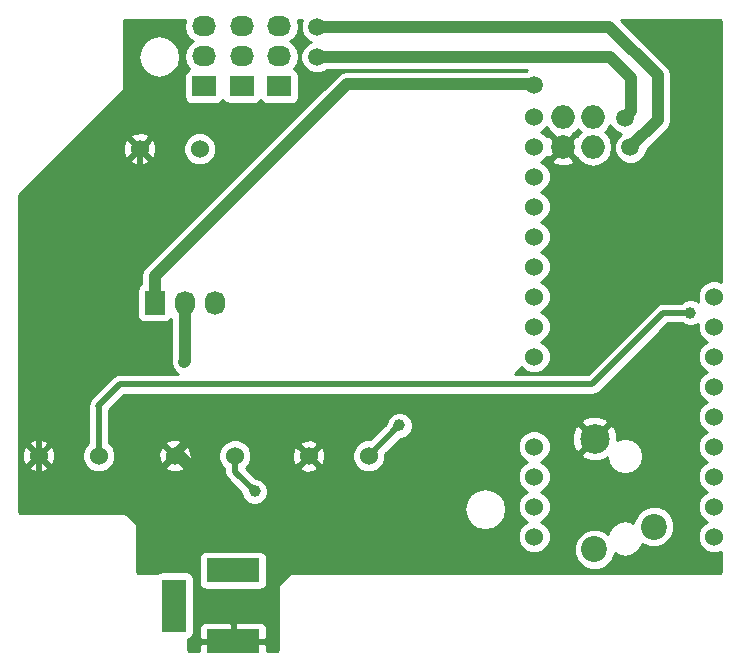
<source format=gbr>
G04 #@! TF.FileFunction,Copper,L2,Bot,Signal*
%FSLAX46Y46*%
G04 Gerber Fmt 4.6, Leading zero omitted, Abs format (unit mm)*
G04 Created by KiCad (PCBNEW (after 2015-may-01 BZR unknown)-product) date 2015/07/22 23:00:10*
%MOMM*%
G01*
G04 APERTURE LIST*
%ADD10C,0.100000*%
%ADD11C,1.524000*%
%ADD12C,2.000000*%
%ADD13O,2.000000X2.000000*%
%ADD14R,2.000000X4.500000*%
%ADD15R,4.500000X2.000000*%
%ADD16R,1.727200X2.032000*%
%ADD17O,1.727200X2.032000*%
%ADD18C,2.200000*%
%ADD19C,2.500000*%
%ADD20R,2.032000X1.727200*%
%ADD21O,2.032000X1.727200*%
%ADD22C,1.000000*%
%ADD23C,1.500000*%
%ADD24C,0.500000*%
%ADD25C,1.000000*%
%ADD26C,0.254000*%
G04 APERTURE END LIST*
D10*
D11*
X140881100Y-89763600D03*
X140881100Y-92303600D03*
X140881100Y-94843600D03*
X140881100Y-97383600D03*
X140881100Y-99923600D03*
X140881100Y-102463600D03*
X140881100Y-125323600D03*
X140881100Y-122783600D03*
X140881100Y-120243600D03*
X140881100Y-117703600D03*
X140881100Y-110083600D03*
X140881100Y-107543600D03*
X140881100Y-105003600D03*
X156121100Y-105003600D03*
X156121100Y-107543600D03*
X156121100Y-110083600D03*
X156121100Y-112623600D03*
X156121100Y-115163600D03*
X156121100Y-117703600D03*
X156121100Y-120243600D03*
X156121100Y-122783600D03*
X156121100Y-125323600D03*
D12*
X143319500Y-92329000D03*
D13*
X143319500Y-89789000D03*
X145859500Y-92329000D03*
X145859500Y-89789000D03*
D14*
X110419740Y-131154320D03*
D15*
X115394740Y-134179320D03*
X115394740Y-128179320D03*
D16*
X108770420Y-105521760D03*
D17*
X111310420Y-105521760D03*
X113850420Y-105521760D03*
D18*
X151028400Y-124465080D03*
X145999200Y-126385320D03*
D19*
X146001100Y-117014100D03*
D20*
X119316500Y-87198200D03*
D21*
X119316500Y-84658200D03*
X119316500Y-82118200D03*
D20*
X116116100Y-87185500D03*
D21*
X116116100Y-84645500D03*
X116116100Y-82105500D03*
D20*
X112928400Y-87198200D03*
D21*
X112928400Y-84658200D03*
X112928400Y-82118200D03*
D11*
X98933000Y-118478300D03*
X104013000Y-118478300D03*
X110477300Y-118478300D03*
X115557300Y-118478300D03*
X121805700Y-118491000D03*
X126885700Y-118491000D03*
X107480100Y-92494100D03*
X112560100Y-92494100D03*
D22*
X143941800Y-115252500D03*
X115824000Y-123418600D03*
X105473500Y-121551700D03*
X111252000Y-110515400D03*
D23*
X140855700Y-87109300D03*
X149047200Y-92367100D03*
X122529600Y-82143600D03*
X122491500Y-84721700D03*
X148559520Y-89839800D03*
D22*
X154101800Y-106349800D03*
X117221000Y-121475500D03*
X129476500Y-115900200D03*
D24*
X145859500Y-116872500D02*
X146001100Y-117014100D01*
D25*
X143903700Y-115290600D02*
X137883900Y-115290600D01*
X143941800Y-115252500D02*
X143903700Y-115290600D01*
X129755900Y-123418600D02*
X115824000Y-123418600D01*
X137883900Y-115290600D02*
X129755900Y-123418600D01*
D24*
X110477300Y-118478300D02*
X110883700Y-118478300D01*
D25*
X110883700Y-118478300D02*
X115824000Y-123418600D01*
D24*
X110477300Y-118478300D02*
X110477300Y-118122700D01*
X110477300Y-118122700D02*
X112547400Y-116052600D01*
X119367300Y-116052600D02*
X121805700Y-118491000D01*
X112547400Y-116052600D02*
X119367300Y-116052600D01*
X110477300Y-118478300D02*
X110375700Y-118478300D01*
X110375700Y-118478300D02*
X108839000Y-120015000D01*
X98933000Y-120383300D02*
X100101400Y-121551700D01*
X100101400Y-121551700D02*
X105473500Y-121551700D01*
X108839000Y-120015000D02*
X107365800Y-121551700D01*
X105473500Y-121551700D02*
X107365800Y-121551700D01*
X98933000Y-118478300D02*
X98933000Y-120383300D01*
X107480100Y-92494100D02*
X107480100Y-96583500D01*
X98933000Y-105130600D02*
X98933000Y-118478300D01*
X107480100Y-96583500D02*
X98933000Y-105130600D01*
D25*
X111310420Y-105521760D02*
X111310420Y-110456980D01*
X111310420Y-110456980D02*
X111252000Y-110515400D01*
X108770420Y-105521760D02*
X108770420Y-103294180D01*
X108770420Y-103294180D02*
X125056900Y-87007700D01*
X140995400Y-87007700D02*
X125056900Y-87007700D01*
X140995400Y-87007700D02*
X140970000Y-87007700D01*
X140855700Y-87109300D02*
X140944600Y-87020400D01*
X140944600Y-87020400D02*
X140906500Y-87007700D01*
X151345900Y-90068400D02*
X149047200Y-92367100D01*
X151345900Y-86271100D02*
X151345900Y-90068400D01*
X147218400Y-82143600D02*
X151345900Y-86271100D01*
X122529600Y-82143600D02*
X147218400Y-82143600D01*
X122491500Y-84721700D02*
X122516900Y-84696300D01*
X122516900Y-84696300D02*
X147281900Y-84696300D01*
X147281900Y-84696300D02*
X149110700Y-86525100D01*
X149110700Y-86525100D02*
X149110700Y-88239600D01*
X149110700Y-89288620D02*
X149110700Y-88239600D01*
X148559520Y-89839800D02*
X149110700Y-89288620D01*
D24*
X151841200Y-106387900D02*
X145808700Y-112420400D01*
X105791000Y-112420400D02*
X103987600Y-114223800D01*
X145808700Y-112420400D02*
X105791000Y-112420400D01*
X104013000Y-114249200D02*
X103987600Y-114223800D01*
X104013000Y-118478300D02*
X104013000Y-114249200D01*
X154063700Y-106387900D02*
X151841200Y-106387900D01*
X154101800Y-106349800D02*
X154063700Y-106387900D01*
X115557300Y-118478300D02*
X115557300Y-119811800D01*
X115557300Y-119811800D02*
X117221000Y-121475500D01*
X126885700Y-118491000D02*
X129476500Y-115900200D01*
D26*
G36*
X156715700Y-103737849D02*
X156400200Y-103606843D01*
X155844439Y-103606358D01*
X155330797Y-103818590D01*
X154937471Y-104211230D01*
X154724343Y-104724500D01*
X154723858Y-105280261D01*
X154784592Y-105427251D01*
X154745565Y-105388155D01*
X154328556Y-105214997D01*
X153877025Y-105214603D01*
X153459714Y-105387033D01*
X153343644Y-105502900D01*
X151841200Y-105502900D01*
X151502525Y-105570267D01*
X151215410Y-105762110D01*
X151215407Y-105762113D01*
X145442120Y-111535400D01*
X144292427Y-111535400D01*
X144292427Y-93481532D01*
X143319500Y-92508605D01*
X142346573Y-93481532D01*
X142445236Y-93748387D01*
X143054961Y-93974908D01*
X143704960Y-93950856D01*
X144193764Y-93748387D01*
X144292427Y-93481532D01*
X144292427Y-111535400D01*
X139290436Y-111535400D01*
X139745068Y-111080768D01*
X139808230Y-110986239D01*
X140088730Y-111267229D01*
X140602000Y-111480357D01*
X141157761Y-111480842D01*
X141671403Y-111268610D01*
X142064729Y-110875970D01*
X142277857Y-110362700D01*
X142278342Y-109806939D01*
X142066110Y-109293297D01*
X141673470Y-108899971D01*
X141465587Y-108813650D01*
X141671403Y-108728610D01*
X142064729Y-108335970D01*
X142277857Y-107822700D01*
X142278342Y-107266939D01*
X142066110Y-106753297D01*
X141673470Y-106359971D01*
X141465587Y-106273650D01*
X141671403Y-106188610D01*
X142064729Y-105795970D01*
X142277857Y-105282700D01*
X142278342Y-104726939D01*
X142066110Y-104213297D01*
X141673470Y-103819971D01*
X141465587Y-103733650D01*
X141671403Y-103648610D01*
X142064729Y-103255970D01*
X142277857Y-102742700D01*
X142278342Y-102186939D01*
X142066110Y-101673297D01*
X141673470Y-101279971D01*
X141465587Y-101193650D01*
X141671403Y-101108610D01*
X142064729Y-100715970D01*
X142277857Y-100202700D01*
X142278342Y-99646939D01*
X142066110Y-99133297D01*
X141673470Y-98739971D01*
X141465587Y-98653650D01*
X141671403Y-98568610D01*
X142064729Y-98175970D01*
X142277857Y-97662700D01*
X142278342Y-97106939D01*
X142066110Y-96593297D01*
X141673470Y-96199971D01*
X141465587Y-96113650D01*
X141671403Y-96028610D01*
X142064729Y-95635970D01*
X142277857Y-95122700D01*
X142278342Y-94566939D01*
X142066110Y-94053297D01*
X141673470Y-93659971D01*
X141465587Y-93573650D01*
X141671403Y-93488610D01*
X141941805Y-93218678D01*
X142166968Y-93301927D01*
X143139895Y-92329000D01*
X142166968Y-91356073D01*
X141978660Y-91425694D01*
X141673470Y-91119971D01*
X141465587Y-91033650D01*
X141671403Y-90948610D01*
X141955087Y-90665419D01*
X142163380Y-90977152D01*
X142369375Y-91114793D01*
X142346573Y-91176468D01*
X143319500Y-92149395D01*
X144292427Y-91176468D01*
X144269624Y-91114793D01*
X144475620Y-90977152D01*
X144589500Y-90806718D01*
X144703380Y-90977152D01*
X144825874Y-91059000D01*
X144703380Y-91140848D01*
X144542229Y-91382026D01*
X144472032Y-91356073D01*
X143499105Y-92329000D01*
X144472032Y-93301927D01*
X144542229Y-93275973D01*
X144703380Y-93517152D01*
X145233813Y-93871575D01*
X145859500Y-93996032D01*
X146485187Y-93871575D01*
X147015620Y-93517152D01*
X147370043Y-92986719D01*
X147494500Y-92361032D01*
X147494500Y-92296968D01*
X147370043Y-91671281D01*
X147015620Y-91140848D01*
X146893125Y-91059000D01*
X147015620Y-90977152D01*
X147334005Y-90500652D01*
X147384689Y-90623315D01*
X147773956Y-91013261D01*
X148246461Y-91209462D01*
X147873739Y-91581536D01*
X147662441Y-92090398D01*
X147661960Y-92641385D01*
X147872369Y-93150615D01*
X148261636Y-93540561D01*
X148770498Y-93751859D01*
X149321485Y-93752340D01*
X149830715Y-93541931D01*
X150220661Y-93152664D01*
X150431959Y-92643802D01*
X150432008Y-92587423D01*
X152148466Y-90870966D01*
X152394503Y-90502746D01*
X152394503Y-90502745D01*
X152480900Y-90068400D01*
X152480900Y-86271100D01*
X152394503Y-85836754D01*
X152148466Y-85468534D01*
X152148466Y-85468533D01*
X148230912Y-81550980D01*
X156616544Y-81550980D01*
X156715700Y-81650136D01*
X156715700Y-103737849D01*
X156715700Y-103737849D01*
G37*
X156715700Y-103737849D02*
X156400200Y-103606843D01*
X155844439Y-103606358D01*
X155330797Y-103818590D01*
X154937471Y-104211230D01*
X154724343Y-104724500D01*
X154723858Y-105280261D01*
X154784592Y-105427251D01*
X154745565Y-105388155D01*
X154328556Y-105214997D01*
X153877025Y-105214603D01*
X153459714Y-105387033D01*
X153343644Y-105502900D01*
X151841200Y-105502900D01*
X151502525Y-105570267D01*
X151215410Y-105762110D01*
X151215407Y-105762113D01*
X145442120Y-111535400D01*
X144292427Y-111535400D01*
X144292427Y-93481532D01*
X143319500Y-92508605D01*
X142346573Y-93481532D01*
X142445236Y-93748387D01*
X143054961Y-93974908D01*
X143704960Y-93950856D01*
X144193764Y-93748387D01*
X144292427Y-93481532D01*
X144292427Y-111535400D01*
X139290436Y-111535400D01*
X139745068Y-111080768D01*
X139808230Y-110986239D01*
X140088730Y-111267229D01*
X140602000Y-111480357D01*
X141157761Y-111480842D01*
X141671403Y-111268610D01*
X142064729Y-110875970D01*
X142277857Y-110362700D01*
X142278342Y-109806939D01*
X142066110Y-109293297D01*
X141673470Y-108899971D01*
X141465587Y-108813650D01*
X141671403Y-108728610D01*
X142064729Y-108335970D01*
X142277857Y-107822700D01*
X142278342Y-107266939D01*
X142066110Y-106753297D01*
X141673470Y-106359971D01*
X141465587Y-106273650D01*
X141671403Y-106188610D01*
X142064729Y-105795970D01*
X142277857Y-105282700D01*
X142278342Y-104726939D01*
X142066110Y-104213297D01*
X141673470Y-103819971D01*
X141465587Y-103733650D01*
X141671403Y-103648610D01*
X142064729Y-103255970D01*
X142277857Y-102742700D01*
X142278342Y-102186939D01*
X142066110Y-101673297D01*
X141673470Y-101279971D01*
X141465587Y-101193650D01*
X141671403Y-101108610D01*
X142064729Y-100715970D01*
X142277857Y-100202700D01*
X142278342Y-99646939D01*
X142066110Y-99133297D01*
X141673470Y-98739971D01*
X141465587Y-98653650D01*
X141671403Y-98568610D01*
X142064729Y-98175970D01*
X142277857Y-97662700D01*
X142278342Y-97106939D01*
X142066110Y-96593297D01*
X141673470Y-96199971D01*
X141465587Y-96113650D01*
X141671403Y-96028610D01*
X142064729Y-95635970D01*
X142277857Y-95122700D01*
X142278342Y-94566939D01*
X142066110Y-94053297D01*
X141673470Y-93659971D01*
X141465587Y-93573650D01*
X141671403Y-93488610D01*
X141941805Y-93218678D01*
X142166968Y-93301927D01*
X143139895Y-92329000D01*
X142166968Y-91356073D01*
X141978660Y-91425694D01*
X141673470Y-91119971D01*
X141465587Y-91033650D01*
X141671403Y-90948610D01*
X141955087Y-90665419D01*
X142163380Y-90977152D01*
X142369375Y-91114793D01*
X142346573Y-91176468D01*
X143319500Y-92149395D01*
X144292427Y-91176468D01*
X144269624Y-91114793D01*
X144475620Y-90977152D01*
X144589500Y-90806718D01*
X144703380Y-90977152D01*
X144825874Y-91059000D01*
X144703380Y-91140848D01*
X144542229Y-91382026D01*
X144472032Y-91356073D01*
X143499105Y-92329000D01*
X144472032Y-93301927D01*
X144542229Y-93275973D01*
X144703380Y-93517152D01*
X145233813Y-93871575D01*
X145859500Y-93996032D01*
X146485187Y-93871575D01*
X147015620Y-93517152D01*
X147370043Y-92986719D01*
X147494500Y-92361032D01*
X147494500Y-92296968D01*
X147370043Y-91671281D01*
X147015620Y-91140848D01*
X146893125Y-91059000D01*
X147015620Y-90977152D01*
X147334005Y-90500652D01*
X147384689Y-90623315D01*
X147773956Y-91013261D01*
X148246461Y-91209462D01*
X147873739Y-91581536D01*
X147662441Y-92090398D01*
X147661960Y-92641385D01*
X147872369Y-93150615D01*
X148261636Y-93540561D01*
X148770498Y-93751859D01*
X149321485Y-93752340D01*
X149830715Y-93541931D01*
X150220661Y-93152664D01*
X150431959Y-92643802D01*
X150432008Y-92587423D01*
X152148466Y-90870966D01*
X152394503Y-90502746D01*
X152394503Y-90502745D01*
X152480900Y-90068400D01*
X152480900Y-86271100D01*
X152394503Y-85836754D01*
X152148466Y-85468534D01*
X152148466Y-85468533D01*
X148230912Y-81550980D01*
X156616544Y-81550980D01*
X156715700Y-81650136D01*
X156715700Y-103737849D01*
G36*
X156715700Y-128342664D02*
X156616964Y-128441400D01*
X152763701Y-128441400D01*
X152763701Y-124121481D01*
X152500119Y-123483565D01*
X152012482Y-122995076D01*
X151375027Y-122730381D01*
X150684801Y-122729779D01*
X150109200Y-122967612D01*
X150109200Y-118483700D01*
X149992355Y-117896281D01*
X149659609Y-117398291D01*
X149161619Y-117065545D01*
X148574200Y-116948700D01*
X147986781Y-117065545D01*
X147889899Y-117130278D01*
X147875350Y-116588665D01*
X147627223Y-115989633D01*
X147334420Y-115860385D01*
X147154815Y-116039990D01*
X147154815Y-115680780D01*
X147025567Y-115387977D01*
X146325294Y-115119712D01*
X145575665Y-115139850D01*
X144976633Y-115387977D01*
X144847385Y-115680780D01*
X146001100Y-116834495D01*
X147154815Y-115680780D01*
X147154815Y-116039990D01*
X146180705Y-117014100D01*
X146194847Y-117028242D01*
X146015242Y-117207847D01*
X146001100Y-117193705D01*
X145821495Y-117373310D01*
X145821495Y-117014100D01*
X144667780Y-115860385D01*
X144374977Y-115989633D01*
X144106712Y-116689906D01*
X144126850Y-117439535D01*
X144374977Y-118038567D01*
X144667780Y-118167815D01*
X145821495Y-117014100D01*
X145821495Y-117373310D01*
X144847385Y-118347420D01*
X144976633Y-118640223D01*
X145676906Y-118908488D01*
X146426535Y-118888350D01*
X147025567Y-118640223D01*
X147056427Y-118570309D01*
X147156045Y-119071119D01*
X147488791Y-119569109D01*
X147986781Y-119901855D01*
X148574200Y-120018700D01*
X149161619Y-119901855D01*
X149659609Y-119569109D01*
X149992355Y-119071119D01*
X150109200Y-118483700D01*
X150109200Y-122967612D01*
X150046885Y-122993361D01*
X149558396Y-123480998D01*
X149293701Y-124118453D01*
X149293670Y-124153778D01*
X149161619Y-124065545D01*
X148574200Y-123948700D01*
X147986781Y-124065545D01*
X147488791Y-124398291D01*
X147156045Y-124896281D01*
X147124182Y-125056462D01*
X146983282Y-124915316D01*
X146345827Y-124650621D01*
X145655601Y-124650019D01*
X145017685Y-124913601D01*
X144529196Y-125401238D01*
X144264501Y-126038693D01*
X144263899Y-126728919D01*
X144527481Y-127366835D01*
X145015118Y-127855324D01*
X145652573Y-128120019D01*
X146342799Y-128120621D01*
X146980715Y-127857039D01*
X147469204Y-127369402D01*
X147733594Y-126732681D01*
X147986781Y-126901855D01*
X148574200Y-127018700D01*
X149161619Y-126901855D01*
X149659609Y-126569109D01*
X149992355Y-126071119D01*
X150023551Y-125914281D01*
X150044318Y-125935084D01*
X150681773Y-126199779D01*
X151371999Y-126200381D01*
X152009915Y-125936799D01*
X152498404Y-125449162D01*
X152763099Y-124811707D01*
X152763701Y-124121481D01*
X152763701Y-128441400D01*
X142278342Y-128441400D01*
X142278342Y-125046939D01*
X142066110Y-124533297D01*
X141673470Y-124139971D01*
X141465587Y-124053650D01*
X141671403Y-123968610D01*
X142064729Y-123575970D01*
X142277857Y-123062700D01*
X142278342Y-122506939D01*
X142066110Y-121993297D01*
X141673470Y-121599971D01*
X141465587Y-121513650D01*
X141671403Y-121428610D01*
X142064729Y-121035970D01*
X142277857Y-120522700D01*
X142278342Y-119966939D01*
X142066110Y-119453297D01*
X141673470Y-119059971D01*
X141465587Y-118973650D01*
X141671403Y-118888610D01*
X142064729Y-118495970D01*
X142277857Y-117982700D01*
X142278342Y-117426939D01*
X142066110Y-116913297D01*
X141673470Y-116519971D01*
X141160200Y-116306843D01*
X140604439Y-116306358D01*
X140090797Y-116518590D01*
X139697471Y-116911230D01*
X139484343Y-117424500D01*
X139483858Y-117980261D01*
X139696090Y-118493903D01*
X140088730Y-118887229D01*
X140296612Y-118973549D01*
X140090797Y-119058590D01*
X139697471Y-119451230D01*
X139484343Y-119964500D01*
X139483858Y-120520261D01*
X139696090Y-121033903D01*
X140088730Y-121427229D01*
X140296612Y-121513549D01*
X140090797Y-121598590D01*
X139697471Y-121991230D01*
X139484343Y-122504500D01*
X139483858Y-123060261D01*
X139696090Y-123573903D01*
X140088730Y-123967229D01*
X140296612Y-124053549D01*
X140090797Y-124138590D01*
X139697471Y-124531230D01*
X139484343Y-125044500D01*
X139483858Y-125600261D01*
X139696090Y-126113903D01*
X140088730Y-126507229D01*
X140602000Y-126720357D01*
X141157761Y-126720842D01*
X141671403Y-126508610D01*
X142064729Y-126115970D01*
X142277857Y-125602700D01*
X142278342Y-125046939D01*
X142278342Y-128441400D01*
X138545700Y-128441400D01*
X138545700Y-122996400D01*
X138409825Y-122313310D01*
X138022886Y-121734214D01*
X137443790Y-121347275D01*
X136760700Y-121211400D01*
X136077610Y-121347275D01*
X135498514Y-121734214D01*
X135111575Y-122313310D01*
X134975700Y-122996400D01*
X135111575Y-123679490D01*
X135498514Y-124258586D01*
X136077610Y-124645525D01*
X136760700Y-124781400D01*
X137443790Y-124645525D01*
X138022886Y-124258586D01*
X138409825Y-123679490D01*
X138545700Y-122996400D01*
X138545700Y-128441400D01*
X130611697Y-128441400D01*
X130611697Y-115675425D01*
X130439267Y-115258114D01*
X130120265Y-114938555D01*
X129703256Y-114765397D01*
X129251725Y-114765003D01*
X128834414Y-114937433D01*
X128514855Y-115256435D01*
X128341697Y-115673444D01*
X128341600Y-115783519D01*
X127030994Y-117094126D01*
X126609039Y-117093758D01*
X126095397Y-117305990D01*
X125702071Y-117698630D01*
X125488943Y-118211900D01*
X125488458Y-118767661D01*
X125700690Y-119281303D01*
X126093330Y-119674629D01*
X126606600Y-119887757D01*
X127162361Y-119888242D01*
X127676003Y-119676010D01*
X128069329Y-119283370D01*
X128282457Y-118770100D01*
X128282827Y-118345452D01*
X129592976Y-117035302D01*
X129701275Y-117035397D01*
X130118586Y-116862967D01*
X130438145Y-116543965D01*
X130611303Y-116126956D01*
X130611697Y-115675425D01*
X130611697Y-128441400D01*
X123214844Y-128441400D01*
X123214844Y-118698698D01*
X123187062Y-118143632D01*
X123028097Y-117759857D01*
X122785913Y-117690392D01*
X122606308Y-117869997D01*
X122606308Y-117510787D01*
X122536843Y-117268603D01*
X122013398Y-117081856D01*
X121458332Y-117109638D01*
X121074557Y-117268603D01*
X121005092Y-117510787D01*
X121805700Y-118311395D01*
X122606308Y-117510787D01*
X122606308Y-117869997D01*
X121985305Y-118491000D01*
X122785913Y-119291608D01*
X123028097Y-119222143D01*
X123214844Y-118698698D01*
X123214844Y-128441400D01*
X122606308Y-128441400D01*
X122606308Y-119471213D01*
X121805700Y-118670605D01*
X121626095Y-118850210D01*
X121626095Y-118491000D01*
X120825487Y-117690392D01*
X120583303Y-117759857D01*
X120396556Y-118283302D01*
X120424338Y-118838368D01*
X120583303Y-119222143D01*
X120825487Y-119291608D01*
X121626095Y-118491000D01*
X121626095Y-118850210D01*
X121005092Y-119471213D01*
X121074557Y-119713397D01*
X121598002Y-119900144D01*
X122153068Y-119872362D01*
X122536843Y-119713397D01*
X122606308Y-119471213D01*
X122606308Y-128441400D01*
X120410700Y-128441400D01*
X120148562Y-128493543D01*
X119926332Y-128642032D01*
X119426332Y-129142032D01*
X119277843Y-129364262D01*
X119225700Y-129626400D01*
X119225700Y-134912664D01*
X119126964Y-135011400D01*
X118356197Y-135011400D01*
X118356197Y-121250725D01*
X118183767Y-120833414D01*
X117864765Y-120513855D01*
X117447756Y-120340697D01*
X117337680Y-120340600D01*
X116504132Y-119507053D01*
X116740929Y-119270670D01*
X116954057Y-118757400D01*
X116954542Y-118201639D01*
X116742310Y-117687997D01*
X116349670Y-117294671D01*
X115836400Y-117081543D01*
X115280639Y-117081058D01*
X114766997Y-117293290D01*
X114373671Y-117685930D01*
X114160543Y-118199200D01*
X114160058Y-118754961D01*
X114372290Y-119268603D01*
X114672300Y-119569137D01*
X114672300Y-119811794D01*
X114672299Y-119811800D01*
X114728489Y-120094284D01*
X114739667Y-120150475D01*
X114931510Y-120437590D01*
X116085897Y-121591976D01*
X116085803Y-121700275D01*
X116258233Y-122117586D01*
X116577235Y-122437145D01*
X116994244Y-122610303D01*
X117445775Y-122610697D01*
X117863086Y-122438267D01*
X118182645Y-122119265D01*
X118355803Y-121702256D01*
X118356197Y-121250725D01*
X118356197Y-135011400D01*
X118292180Y-135011400D01*
X118292180Y-129179320D01*
X118292180Y-127179320D01*
X118245203Y-126937197D01*
X118105413Y-126724393D01*
X117894380Y-126581943D01*
X117644740Y-126531880D01*
X113144740Y-126531880D01*
X112902617Y-126578857D01*
X112689813Y-126718647D01*
X112547363Y-126929680D01*
X112497300Y-127179320D01*
X112497300Y-129179320D01*
X112544277Y-129421443D01*
X112684067Y-129634247D01*
X112895100Y-129776697D01*
X113144740Y-129826760D01*
X117644740Y-129826760D01*
X117886863Y-129779783D01*
X118099667Y-129639993D01*
X118242117Y-129428960D01*
X118292180Y-129179320D01*
X118292180Y-135011400D01*
X118279740Y-135011400D01*
X118279740Y-134465070D01*
X118279740Y-133893570D01*
X118279740Y-133053011D01*
X118183067Y-132819622D01*
X118004439Y-132640993D01*
X117771050Y-132544320D01*
X117518431Y-132544320D01*
X115680490Y-132544320D01*
X115521740Y-132703070D01*
X115521740Y-134052320D01*
X118120990Y-134052320D01*
X118279740Y-133893570D01*
X118279740Y-134465070D01*
X118120990Y-134306320D01*
X115521740Y-134306320D01*
X115521740Y-134326320D01*
X115267740Y-134326320D01*
X115267740Y-134306320D01*
X115267740Y-134052320D01*
X115267740Y-132703070D01*
X115108990Y-132544320D01*
X113271049Y-132544320D01*
X113018430Y-132544320D01*
X112785041Y-132640993D01*
X112606413Y-132819622D01*
X112509740Y-133053011D01*
X112509740Y-133893570D01*
X112668490Y-134052320D01*
X115267740Y-134052320D01*
X115267740Y-134306320D01*
X112668490Y-134306320D01*
X112509740Y-134465070D01*
X112509740Y-135011400D01*
X111694436Y-135011400D01*
X111595700Y-134912664D01*
X111595700Y-134017620D01*
X111661863Y-134004783D01*
X111874667Y-133864993D01*
X112017117Y-133653960D01*
X112067180Y-133404320D01*
X112067180Y-128904320D01*
X112020203Y-128662197D01*
X111886444Y-128458574D01*
X111886444Y-118685998D01*
X111858662Y-118130932D01*
X111699697Y-117747157D01*
X111457513Y-117677692D01*
X111277908Y-117857297D01*
X111277908Y-117498087D01*
X111208443Y-117255903D01*
X110684998Y-117069156D01*
X110129932Y-117096938D01*
X109746157Y-117255903D01*
X109676692Y-117498087D01*
X110477300Y-118298695D01*
X111277908Y-117498087D01*
X111277908Y-117857297D01*
X110656905Y-118478300D01*
X111457513Y-119278908D01*
X111699697Y-119209443D01*
X111886444Y-118685998D01*
X111886444Y-128458574D01*
X111880413Y-128449393D01*
X111669380Y-128306943D01*
X111419740Y-128256880D01*
X111277908Y-128256880D01*
X111277908Y-119458513D01*
X110477300Y-118657905D01*
X110297695Y-118837510D01*
X110297695Y-118478300D01*
X109497087Y-117677692D01*
X109254903Y-117747157D01*
X109068156Y-118270602D01*
X109095938Y-118825668D01*
X109254903Y-119209443D01*
X109497087Y-119278908D01*
X110297695Y-118478300D01*
X110297695Y-118837510D01*
X109676692Y-119458513D01*
X109746157Y-119700697D01*
X110269602Y-119887444D01*
X110824668Y-119859662D01*
X111208443Y-119700697D01*
X111277908Y-119458513D01*
X111277908Y-128256880D01*
X109419740Y-128256880D01*
X109177617Y-128303857D01*
X108968233Y-128441400D01*
X107384436Y-128441400D01*
X107285700Y-128342664D01*
X107285700Y-124546400D01*
X107233557Y-124284262D01*
X107085068Y-124062032D01*
X106585068Y-123562032D01*
X106362838Y-123413543D01*
X106100700Y-123361400D01*
X100342144Y-123361400D01*
X100342144Y-118685998D01*
X100314362Y-118130932D01*
X100155397Y-117747157D01*
X99913213Y-117677692D01*
X99733608Y-117857297D01*
X99733608Y-117498087D01*
X99664143Y-117255903D01*
X99140698Y-117069156D01*
X98585632Y-117096938D01*
X98201857Y-117255903D01*
X98132392Y-117498087D01*
X98933000Y-118298695D01*
X99733608Y-117498087D01*
X99733608Y-117857297D01*
X99112605Y-118478300D01*
X99913213Y-119278908D01*
X100155397Y-119209443D01*
X100342144Y-118685998D01*
X100342144Y-123361400D01*
X99733608Y-123361400D01*
X99733608Y-119458513D01*
X98933000Y-118657905D01*
X98753395Y-118837510D01*
X98753395Y-118478300D01*
X97952787Y-117677692D01*
X97710603Y-117747157D01*
X97523856Y-118270602D01*
X97551638Y-118825668D01*
X97710603Y-119209443D01*
X97952787Y-119278908D01*
X98753395Y-118478300D01*
X98753395Y-118837510D01*
X98132392Y-119458513D01*
X98201857Y-119700697D01*
X98725302Y-119887444D01*
X99280368Y-119859662D01*
X99664143Y-119700697D01*
X99733608Y-119458513D01*
X99733608Y-123361400D01*
X97384436Y-123361400D01*
X97285700Y-123262664D01*
X97285700Y-96390136D01*
X105975068Y-87700768D01*
X106123557Y-87478538D01*
X106175700Y-87216400D01*
X106175700Y-81550980D01*
X111357882Y-81550980D01*
X111245055Y-82118200D01*
X111359129Y-82691689D01*
X111683985Y-83177870D01*
X111998765Y-83388200D01*
X111683985Y-83598530D01*
X111359129Y-84084711D01*
X111245055Y-84658200D01*
X111359129Y-85231689D01*
X111683985Y-85717870D01*
X111699767Y-85728415D01*
X111670277Y-85734137D01*
X111457473Y-85873927D01*
X111315023Y-86084960D01*
X111264960Y-86334600D01*
X111264960Y-88061800D01*
X111311937Y-88303923D01*
X111451727Y-88516727D01*
X111662760Y-88659177D01*
X111912400Y-88709240D01*
X113944400Y-88709240D01*
X114186523Y-88662263D01*
X114399327Y-88522473D01*
X114527150Y-88333107D01*
X114639427Y-88504027D01*
X114850460Y-88646477D01*
X115100100Y-88696540D01*
X117132100Y-88696540D01*
X117374223Y-88649563D01*
X117587027Y-88509773D01*
X117712831Y-88323399D01*
X117839827Y-88516727D01*
X118050860Y-88659177D01*
X118300500Y-88709240D01*
X120332500Y-88709240D01*
X120574623Y-88662263D01*
X120787427Y-88522473D01*
X120929877Y-88311440D01*
X120979940Y-88061800D01*
X120979940Y-86334600D01*
X120932963Y-86092477D01*
X120793173Y-85879673D01*
X120582140Y-85737223D01*
X120543537Y-85729481D01*
X120560915Y-85717870D01*
X120885771Y-85231689D01*
X120999845Y-84658200D01*
X120885771Y-84084711D01*
X120560915Y-83598530D01*
X120246134Y-83388200D01*
X120560915Y-83177870D01*
X120885771Y-82691689D01*
X120999845Y-82118200D01*
X120887017Y-81550980D01*
X121276021Y-81550980D01*
X121144841Y-81866898D01*
X121144360Y-82417885D01*
X121354769Y-82927115D01*
X121744036Y-83317061D01*
X122003457Y-83424782D01*
X121707985Y-83546869D01*
X121318039Y-83936136D01*
X121106741Y-84444998D01*
X121106260Y-84995985D01*
X121316669Y-85505215D01*
X121705936Y-85895161D01*
X122214798Y-86106459D01*
X122765785Y-86106940D01*
X123275015Y-85896531D01*
X123340359Y-85831300D01*
X140321873Y-85831300D01*
X140221677Y-85872700D01*
X125056900Y-85872700D01*
X124622554Y-85959097D01*
X124254334Y-86205134D01*
X113957342Y-96502126D01*
X113957342Y-92217439D01*
X113745110Y-91703797D01*
X113352470Y-91310471D01*
X112839200Y-91097343D01*
X112283439Y-91096858D01*
X111769797Y-91309090D01*
X111376471Y-91701730D01*
X111163343Y-92215000D01*
X111162858Y-92770761D01*
X111375090Y-93284403D01*
X111767730Y-93677729D01*
X112281000Y-93890857D01*
X112836761Y-93891342D01*
X113350403Y-93679110D01*
X113743729Y-93286470D01*
X113956857Y-92773200D01*
X113957342Y-92217439D01*
X113957342Y-96502126D01*
X110925700Y-99533768D01*
X110925700Y-84676400D01*
X110789825Y-83993310D01*
X110402886Y-83414214D01*
X109823790Y-83027275D01*
X109140700Y-82891400D01*
X108457610Y-83027275D01*
X107878514Y-83414214D01*
X107491575Y-83993310D01*
X107355700Y-84676400D01*
X107491575Y-85359490D01*
X107878514Y-85938586D01*
X108457610Y-86325525D01*
X109140700Y-86461400D01*
X109823790Y-86325525D01*
X110402886Y-85938586D01*
X110789825Y-85359490D01*
X110925700Y-84676400D01*
X110925700Y-99533768D01*
X108889244Y-101570224D01*
X108889244Y-92701798D01*
X108861462Y-92146732D01*
X108702497Y-91762957D01*
X108460313Y-91693492D01*
X108280708Y-91873097D01*
X108280708Y-91513887D01*
X108211243Y-91271703D01*
X107687798Y-91084956D01*
X107132732Y-91112738D01*
X106748957Y-91271703D01*
X106679492Y-91513887D01*
X107480100Y-92314495D01*
X108280708Y-91513887D01*
X108280708Y-91873097D01*
X107659705Y-92494100D01*
X108460313Y-93294708D01*
X108702497Y-93225243D01*
X108889244Y-92701798D01*
X108889244Y-101570224D01*
X108280708Y-102178760D01*
X108280708Y-93474313D01*
X107480100Y-92673705D01*
X107300495Y-92853310D01*
X107300495Y-92494100D01*
X106499887Y-91693492D01*
X106257703Y-91762957D01*
X106070956Y-92286402D01*
X106098738Y-92841468D01*
X106257703Y-93225243D01*
X106499887Y-93294708D01*
X107300495Y-92494100D01*
X107300495Y-92853310D01*
X106679492Y-93474313D01*
X106748957Y-93716497D01*
X107272402Y-93903244D01*
X107827468Y-93875462D01*
X108211243Y-93716497D01*
X108280708Y-93474313D01*
X108280708Y-102178760D01*
X107967854Y-102491614D01*
X107721817Y-102859834D01*
X107635420Y-103294180D01*
X107635420Y-103924528D01*
X107451893Y-104045087D01*
X107309443Y-104256120D01*
X107259380Y-104505760D01*
X107259380Y-106537760D01*
X107306357Y-106779883D01*
X107446147Y-106992687D01*
X107657180Y-107135137D01*
X107906820Y-107185200D01*
X109634020Y-107185200D01*
X109876143Y-107138223D01*
X110088947Y-106998433D01*
X110175420Y-106870327D01*
X110175420Y-110148428D01*
X110117197Y-110288644D01*
X110116803Y-110740175D01*
X110289233Y-111157486D01*
X110449434Y-111317966D01*
X110608235Y-111477045D01*
X110748768Y-111535400D01*
X105791005Y-111535400D01*
X105791000Y-111535399D01*
X105508515Y-111591589D01*
X105452325Y-111602767D01*
X105165210Y-111794610D01*
X105165207Y-111794613D01*
X103361810Y-113598010D01*
X103169967Y-113885126D01*
X103102599Y-114223800D01*
X103128000Y-114351496D01*
X103128000Y-117387821D01*
X102829371Y-117685930D01*
X102616243Y-118199200D01*
X102615758Y-118754961D01*
X102827990Y-119268603D01*
X103220630Y-119661929D01*
X103733900Y-119875057D01*
X104289661Y-119875542D01*
X104803303Y-119663310D01*
X105196629Y-119270670D01*
X105409757Y-118757400D01*
X105410242Y-118201639D01*
X105198010Y-117687997D01*
X104898000Y-117387462D01*
X104898000Y-114564979D01*
X106157579Y-113305400D01*
X145808694Y-113305400D01*
X145808700Y-113305401D01*
X145808700Y-113305400D01*
X146091184Y-113249210D01*
X146147374Y-113238033D01*
X146147375Y-113238033D01*
X146434490Y-113046190D01*
X152207779Y-107272900D01*
X153419557Y-107272900D01*
X153458035Y-107311445D01*
X153875044Y-107484603D01*
X154326575Y-107484997D01*
X154724293Y-107320662D01*
X154723858Y-107820261D01*
X154936090Y-108333903D01*
X155328730Y-108727229D01*
X155536612Y-108813549D01*
X155330797Y-108898590D01*
X154937471Y-109291230D01*
X154724343Y-109804500D01*
X154723858Y-110360261D01*
X154936090Y-110873903D01*
X155328730Y-111267229D01*
X155536612Y-111353549D01*
X155330797Y-111438590D01*
X154937471Y-111831230D01*
X154724343Y-112344500D01*
X154723858Y-112900261D01*
X154936090Y-113413903D01*
X155328730Y-113807229D01*
X155536612Y-113893549D01*
X155330797Y-113978590D01*
X154937471Y-114371230D01*
X154724343Y-114884500D01*
X154723858Y-115440261D01*
X154936090Y-115953903D01*
X155328730Y-116347229D01*
X155536612Y-116433549D01*
X155330797Y-116518590D01*
X154937471Y-116911230D01*
X154724343Y-117424500D01*
X154723858Y-117980261D01*
X154936090Y-118493903D01*
X155328730Y-118887229D01*
X155536612Y-118973549D01*
X155330797Y-119058590D01*
X154937471Y-119451230D01*
X154724343Y-119964500D01*
X154723858Y-120520261D01*
X154936090Y-121033903D01*
X155328730Y-121427229D01*
X155536612Y-121513549D01*
X155330797Y-121598590D01*
X154937471Y-121991230D01*
X154724343Y-122504500D01*
X154723858Y-123060261D01*
X154936090Y-123573903D01*
X155328730Y-123967229D01*
X155536612Y-124053549D01*
X155330797Y-124138590D01*
X154937471Y-124531230D01*
X154724343Y-125044500D01*
X154723858Y-125600261D01*
X154936090Y-126113903D01*
X155328730Y-126507229D01*
X155842000Y-126720357D01*
X156397761Y-126720842D01*
X156715700Y-126589472D01*
X156715700Y-128342664D01*
X156715700Y-128342664D01*
G37*
X156715700Y-128342664D02*
X156616964Y-128441400D01*
X152763701Y-128441400D01*
X152763701Y-124121481D01*
X152500119Y-123483565D01*
X152012482Y-122995076D01*
X151375027Y-122730381D01*
X150684801Y-122729779D01*
X150109200Y-122967612D01*
X150109200Y-118483700D01*
X149992355Y-117896281D01*
X149659609Y-117398291D01*
X149161619Y-117065545D01*
X148574200Y-116948700D01*
X147986781Y-117065545D01*
X147889899Y-117130278D01*
X147875350Y-116588665D01*
X147627223Y-115989633D01*
X147334420Y-115860385D01*
X147154815Y-116039990D01*
X147154815Y-115680780D01*
X147025567Y-115387977D01*
X146325294Y-115119712D01*
X145575665Y-115139850D01*
X144976633Y-115387977D01*
X144847385Y-115680780D01*
X146001100Y-116834495D01*
X147154815Y-115680780D01*
X147154815Y-116039990D01*
X146180705Y-117014100D01*
X146194847Y-117028242D01*
X146015242Y-117207847D01*
X146001100Y-117193705D01*
X145821495Y-117373310D01*
X145821495Y-117014100D01*
X144667780Y-115860385D01*
X144374977Y-115989633D01*
X144106712Y-116689906D01*
X144126850Y-117439535D01*
X144374977Y-118038567D01*
X144667780Y-118167815D01*
X145821495Y-117014100D01*
X145821495Y-117373310D01*
X144847385Y-118347420D01*
X144976633Y-118640223D01*
X145676906Y-118908488D01*
X146426535Y-118888350D01*
X147025567Y-118640223D01*
X147056427Y-118570309D01*
X147156045Y-119071119D01*
X147488791Y-119569109D01*
X147986781Y-119901855D01*
X148574200Y-120018700D01*
X149161619Y-119901855D01*
X149659609Y-119569109D01*
X149992355Y-119071119D01*
X150109200Y-118483700D01*
X150109200Y-122967612D01*
X150046885Y-122993361D01*
X149558396Y-123480998D01*
X149293701Y-124118453D01*
X149293670Y-124153778D01*
X149161619Y-124065545D01*
X148574200Y-123948700D01*
X147986781Y-124065545D01*
X147488791Y-124398291D01*
X147156045Y-124896281D01*
X147124182Y-125056462D01*
X146983282Y-124915316D01*
X146345827Y-124650621D01*
X145655601Y-124650019D01*
X145017685Y-124913601D01*
X144529196Y-125401238D01*
X144264501Y-126038693D01*
X144263899Y-126728919D01*
X144527481Y-127366835D01*
X145015118Y-127855324D01*
X145652573Y-128120019D01*
X146342799Y-128120621D01*
X146980715Y-127857039D01*
X147469204Y-127369402D01*
X147733594Y-126732681D01*
X147986781Y-126901855D01*
X148574200Y-127018700D01*
X149161619Y-126901855D01*
X149659609Y-126569109D01*
X149992355Y-126071119D01*
X150023551Y-125914281D01*
X150044318Y-125935084D01*
X150681773Y-126199779D01*
X151371999Y-126200381D01*
X152009915Y-125936799D01*
X152498404Y-125449162D01*
X152763099Y-124811707D01*
X152763701Y-124121481D01*
X152763701Y-128441400D01*
X142278342Y-128441400D01*
X142278342Y-125046939D01*
X142066110Y-124533297D01*
X141673470Y-124139971D01*
X141465587Y-124053650D01*
X141671403Y-123968610D01*
X142064729Y-123575970D01*
X142277857Y-123062700D01*
X142278342Y-122506939D01*
X142066110Y-121993297D01*
X141673470Y-121599971D01*
X141465587Y-121513650D01*
X141671403Y-121428610D01*
X142064729Y-121035970D01*
X142277857Y-120522700D01*
X142278342Y-119966939D01*
X142066110Y-119453297D01*
X141673470Y-119059971D01*
X141465587Y-118973650D01*
X141671403Y-118888610D01*
X142064729Y-118495970D01*
X142277857Y-117982700D01*
X142278342Y-117426939D01*
X142066110Y-116913297D01*
X141673470Y-116519971D01*
X141160200Y-116306843D01*
X140604439Y-116306358D01*
X140090797Y-116518590D01*
X139697471Y-116911230D01*
X139484343Y-117424500D01*
X139483858Y-117980261D01*
X139696090Y-118493903D01*
X140088730Y-118887229D01*
X140296612Y-118973549D01*
X140090797Y-119058590D01*
X139697471Y-119451230D01*
X139484343Y-119964500D01*
X139483858Y-120520261D01*
X139696090Y-121033903D01*
X140088730Y-121427229D01*
X140296612Y-121513549D01*
X140090797Y-121598590D01*
X139697471Y-121991230D01*
X139484343Y-122504500D01*
X139483858Y-123060261D01*
X139696090Y-123573903D01*
X140088730Y-123967229D01*
X140296612Y-124053549D01*
X140090797Y-124138590D01*
X139697471Y-124531230D01*
X139484343Y-125044500D01*
X139483858Y-125600261D01*
X139696090Y-126113903D01*
X140088730Y-126507229D01*
X140602000Y-126720357D01*
X141157761Y-126720842D01*
X141671403Y-126508610D01*
X142064729Y-126115970D01*
X142277857Y-125602700D01*
X142278342Y-125046939D01*
X142278342Y-128441400D01*
X138545700Y-128441400D01*
X138545700Y-122996400D01*
X138409825Y-122313310D01*
X138022886Y-121734214D01*
X137443790Y-121347275D01*
X136760700Y-121211400D01*
X136077610Y-121347275D01*
X135498514Y-121734214D01*
X135111575Y-122313310D01*
X134975700Y-122996400D01*
X135111575Y-123679490D01*
X135498514Y-124258586D01*
X136077610Y-124645525D01*
X136760700Y-124781400D01*
X137443790Y-124645525D01*
X138022886Y-124258586D01*
X138409825Y-123679490D01*
X138545700Y-122996400D01*
X138545700Y-128441400D01*
X130611697Y-128441400D01*
X130611697Y-115675425D01*
X130439267Y-115258114D01*
X130120265Y-114938555D01*
X129703256Y-114765397D01*
X129251725Y-114765003D01*
X128834414Y-114937433D01*
X128514855Y-115256435D01*
X128341697Y-115673444D01*
X128341600Y-115783519D01*
X127030994Y-117094126D01*
X126609039Y-117093758D01*
X126095397Y-117305990D01*
X125702071Y-117698630D01*
X125488943Y-118211900D01*
X125488458Y-118767661D01*
X125700690Y-119281303D01*
X126093330Y-119674629D01*
X126606600Y-119887757D01*
X127162361Y-119888242D01*
X127676003Y-119676010D01*
X128069329Y-119283370D01*
X128282457Y-118770100D01*
X128282827Y-118345452D01*
X129592976Y-117035302D01*
X129701275Y-117035397D01*
X130118586Y-116862967D01*
X130438145Y-116543965D01*
X130611303Y-116126956D01*
X130611697Y-115675425D01*
X130611697Y-128441400D01*
X123214844Y-128441400D01*
X123214844Y-118698698D01*
X123187062Y-118143632D01*
X123028097Y-117759857D01*
X122785913Y-117690392D01*
X122606308Y-117869997D01*
X122606308Y-117510787D01*
X122536843Y-117268603D01*
X122013398Y-117081856D01*
X121458332Y-117109638D01*
X121074557Y-117268603D01*
X121005092Y-117510787D01*
X121805700Y-118311395D01*
X122606308Y-117510787D01*
X122606308Y-117869997D01*
X121985305Y-118491000D01*
X122785913Y-119291608D01*
X123028097Y-119222143D01*
X123214844Y-118698698D01*
X123214844Y-128441400D01*
X122606308Y-128441400D01*
X122606308Y-119471213D01*
X121805700Y-118670605D01*
X121626095Y-118850210D01*
X121626095Y-118491000D01*
X120825487Y-117690392D01*
X120583303Y-117759857D01*
X120396556Y-118283302D01*
X120424338Y-118838368D01*
X120583303Y-119222143D01*
X120825487Y-119291608D01*
X121626095Y-118491000D01*
X121626095Y-118850210D01*
X121005092Y-119471213D01*
X121074557Y-119713397D01*
X121598002Y-119900144D01*
X122153068Y-119872362D01*
X122536843Y-119713397D01*
X122606308Y-119471213D01*
X122606308Y-128441400D01*
X120410700Y-128441400D01*
X120148562Y-128493543D01*
X119926332Y-128642032D01*
X119426332Y-129142032D01*
X119277843Y-129364262D01*
X119225700Y-129626400D01*
X119225700Y-134912664D01*
X119126964Y-135011400D01*
X118356197Y-135011400D01*
X118356197Y-121250725D01*
X118183767Y-120833414D01*
X117864765Y-120513855D01*
X117447756Y-120340697D01*
X117337680Y-120340600D01*
X116504132Y-119507053D01*
X116740929Y-119270670D01*
X116954057Y-118757400D01*
X116954542Y-118201639D01*
X116742310Y-117687997D01*
X116349670Y-117294671D01*
X115836400Y-117081543D01*
X115280639Y-117081058D01*
X114766997Y-117293290D01*
X114373671Y-117685930D01*
X114160543Y-118199200D01*
X114160058Y-118754961D01*
X114372290Y-119268603D01*
X114672300Y-119569137D01*
X114672300Y-119811794D01*
X114672299Y-119811800D01*
X114728489Y-120094284D01*
X114739667Y-120150475D01*
X114931510Y-120437590D01*
X116085897Y-121591976D01*
X116085803Y-121700275D01*
X116258233Y-122117586D01*
X116577235Y-122437145D01*
X116994244Y-122610303D01*
X117445775Y-122610697D01*
X117863086Y-122438267D01*
X118182645Y-122119265D01*
X118355803Y-121702256D01*
X118356197Y-121250725D01*
X118356197Y-135011400D01*
X118292180Y-135011400D01*
X118292180Y-129179320D01*
X118292180Y-127179320D01*
X118245203Y-126937197D01*
X118105413Y-126724393D01*
X117894380Y-126581943D01*
X117644740Y-126531880D01*
X113144740Y-126531880D01*
X112902617Y-126578857D01*
X112689813Y-126718647D01*
X112547363Y-126929680D01*
X112497300Y-127179320D01*
X112497300Y-129179320D01*
X112544277Y-129421443D01*
X112684067Y-129634247D01*
X112895100Y-129776697D01*
X113144740Y-129826760D01*
X117644740Y-129826760D01*
X117886863Y-129779783D01*
X118099667Y-129639993D01*
X118242117Y-129428960D01*
X118292180Y-129179320D01*
X118292180Y-135011400D01*
X118279740Y-135011400D01*
X118279740Y-134465070D01*
X118279740Y-133893570D01*
X118279740Y-133053011D01*
X118183067Y-132819622D01*
X118004439Y-132640993D01*
X117771050Y-132544320D01*
X117518431Y-132544320D01*
X115680490Y-132544320D01*
X115521740Y-132703070D01*
X115521740Y-134052320D01*
X118120990Y-134052320D01*
X118279740Y-133893570D01*
X118279740Y-134465070D01*
X118120990Y-134306320D01*
X115521740Y-134306320D01*
X115521740Y-134326320D01*
X115267740Y-134326320D01*
X115267740Y-134306320D01*
X115267740Y-134052320D01*
X115267740Y-132703070D01*
X115108990Y-132544320D01*
X113271049Y-132544320D01*
X113018430Y-132544320D01*
X112785041Y-132640993D01*
X112606413Y-132819622D01*
X112509740Y-133053011D01*
X112509740Y-133893570D01*
X112668490Y-134052320D01*
X115267740Y-134052320D01*
X115267740Y-134306320D01*
X112668490Y-134306320D01*
X112509740Y-134465070D01*
X112509740Y-135011400D01*
X111694436Y-135011400D01*
X111595700Y-134912664D01*
X111595700Y-134017620D01*
X111661863Y-134004783D01*
X111874667Y-133864993D01*
X112017117Y-133653960D01*
X112067180Y-133404320D01*
X112067180Y-128904320D01*
X112020203Y-128662197D01*
X111886444Y-128458574D01*
X111886444Y-118685998D01*
X111858662Y-118130932D01*
X111699697Y-117747157D01*
X111457513Y-117677692D01*
X111277908Y-117857297D01*
X111277908Y-117498087D01*
X111208443Y-117255903D01*
X110684998Y-117069156D01*
X110129932Y-117096938D01*
X109746157Y-117255903D01*
X109676692Y-117498087D01*
X110477300Y-118298695D01*
X111277908Y-117498087D01*
X111277908Y-117857297D01*
X110656905Y-118478300D01*
X111457513Y-119278908D01*
X111699697Y-119209443D01*
X111886444Y-118685998D01*
X111886444Y-128458574D01*
X111880413Y-128449393D01*
X111669380Y-128306943D01*
X111419740Y-128256880D01*
X111277908Y-128256880D01*
X111277908Y-119458513D01*
X110477300Y-118657905D01*
X110297695Y-118837510D01*
X110297695Y-118478300D01*
X109497087Y-117677692D01*
X109254903Y-117747157D01*
X109068156Y-118270602D01*
X109095938Y-118825668D01*
X109254903Y-119209443D01*
X109497087Y-119278908D01*
X110297695Y-118478300D01*
X110297695Y-118837510D01*
X109676692Y-119458513D01*
X109746157Y-119700697D01*
X110269602Y-119887444D01*
X110824668Y-119859662D01*
X111208443Y-119700697D01*
X111277908Y-119458513D01*
X111277908Y-128256880D01*
X109419740Y-128256880D01*
X109177617Y-128303857D01*
X108968233Y-128441400D01*
X107384436Y-128441400D01*
X107285700Y-128342664D01*
X107285700Y-124546400D01*
X107233557Y-124284262D01*
X107085068Y-124062032D01*
X106585068Y-123562032D01*
X106362838Y-123413543D01*
X106100700Y-123361400D01*
X100342144Y-123361400D01*
X100342144Y-118685998D01*
X100314362Y-118130932D01*
X100155397Y-117747157D01*
X99913213Y-117677692D01*
X99733608Y-117857297D01*
X99733608Y-117498087D01*
X99664143Y-117255903D01*
X99140698Y-117069156D01*
X98585632Y-117096938D01*
X98201857Y-117255903D01*
X98132392Y-117498087D01*
X98933000Y-118298695D01*
X99733608Y-117498087D01*
X99733608Y-117857297D01*
X99112605Y-118478300D01*
X99913213Y-119278908D01*
X100155397Y-119209443D01*
X100342144Y-118685998D01*
X100342144Y-123361400D01*
X99733608Y-123361400D01*
X99733608Y-119458513D01*
X98933000Y-118657905D01*
X98753395Y-118837510D01*
X98753395Y-118478300D01*
X97952787Y-117677692D01*
X97710603Y-117747157D01*
X97523856Y-118270602D01*
X97551638Y-118825668D01*
X97710603Y-119209443D01*
X97952787Y-119278908D01*
X98753395Y-118478300D01*
X98753395Y-118837510D01*
X98132392Y-119458513D01*
X98201857Y-119700697D01*
X98725302Y-119887444D01*
X99280368Y-119859662D01*
X99664143Y-119700697D01*
X99733608Y-119458513D01*
X99733608Y-123361400D01*
X97384436Y-123361400D01*
X97285700Y-123262664D01*
X97285700Y-96390136D01*
X105975068Y-87700768D01*
X106123557Y-87478538D01*
X106175700Y-87216400D01*
X106175700Y-81550980D01*
X111357882Y-81550980D01*
X111245055Y-82118200D01*
X111359129Y-82691689D01*
X111683985Y-83177870D01*
X111998765Y-83388200D01*
X111683985Y-83598530D01*
X111359129Y-84084711D01*
X111245055Y-84658200D01*
X111359129Y-85231689D01*
X111683985Y-85717870D01*
X111699767Y-85728415D01*
X111670277Y-85734137D01*
X111457473Y-85873927D01*
X111315023Y-86084960D01*
X111264960Y-86334600D01*
X111264960Y-88061800D01*
X111311937Y-88303923D01*
X111451727Y-88516727D01*
X111662760Y-88659177D01*
X111912400Y-88709240D01*
X113944400Y-88709240D01*
X114186523Y-88662263D01*
X114399327Y-88522473D01*
X114527150Y-88333107D01*
X114639427Y-88504027D01*
X114850460Y-88646477D01*
X115100100Y-88696540D01*
X117132100Y-88696540D01*
X117374223Y-88649563D01*
X117587027Y-88509773D01*
X117712831Y-88323399D01*
X117839827Y-88516727D01*
X118050860Y-88659177D01*
X118300500Y-88709240D01*
X120332500Y-88709240D01*
X120574623Y-88662263D01*
X120787427Y-88522473D01*
X120929877Y-88311440D01*
X120979940Y-88061800D01*
X120979940Y-86334600D01*
X120932963Y-86092477D01*
X120793173Y-85879673D01*
X120582140Y-85737223D01*
X120543537Y-85729481D01*
X120560915Y-85717870D01*
X120885771Y-85231689D01*
X120999845Y-84658200D01*
X120885771Y-84084711D01*
X120560915Y-83598530D01*
X120246134Y-83388200D01*
X120560915Y-83177870D01*
X120885771Y-82691689D01*
X120999845Y-82118200D01*
X120887017Y-81550980D01*
X121276021Y-81550980D01*
X121144841Y-81866898D01*
X121144360Y-82417885D01*
X121354769Y-82927115D01*
X121744036Y-83317061D01*
X122003457Y-83424782D01*
X121707985Y-83546869D01*
X121318039Y-83936136D01*
X121106741Y-84444998D01*
X121106260Y-84995985D01*
X121316669Y-85505215D01*
X121705936Y-85895161D01*
X122214798Y-86106459D01*
X122765785Y-86106940D01*
X123275015Y-85896531D01*
X123340359Y-85831300D01*
X140321873Y-85831300D01*
X140221677Y-85872700D01*
X125056900Y-85872700D01*
X124622554Y-85959097D01*
X124254334Y-86205134D01*
X113957342Y-96502126D01*
X113957342Y-92217439D01*
X113745110Y-91703797D01*
X113352470Y-91310471D01*
X112839200Y-91097343D01*
X112283439Y-91096858D01*
X111769797Y-91309090D01*
X111376471Y-91701730D01*
X111163343Y-92215000D01*
X111162858Y-92770761D01*
X111375090Y-93284403D01*
X111767730Y-93677729D01*
X112281000Y-93890857D01*
X112836761Y-93891342D01*
X113350403Y-93679110D01*
X113743729Y-93286470D01*
X113956857Y-92773200D01*
X113957342Y-92217439D01*
X113957342Y-96502126D01*
X110925700Y-99533768D01*
X110925700Y-84676400D01*
X110789825Y-83993310D01*
X110402886Y-83414214D01*
X109823790Y-83027275D01*
X109140700Y-82891400D01*
X108457610Y-83027275D01*
X107878514Y-83414214D01*
X107491575Y-83993310D01*
X107355700Y-84676400D01*
X107491575Y-85359490D01*
X107878514Y-85938586D01*
X108457610Y-86325525D01*
X109140700Y-86461400D01*
X109823790Y-86325525D01*
X110402886Y-85938586D01*
X110789825Y-85359490D01*
X110925700Y-84676400D01*
X110925700Y-99533768D01*
X108889244Y-101570224D01*
X108889244Y-92701798D01*
X108861462Y-92146732D01*
X108702497Y-91762957D01*
X108460313Y-91693492D01*
X108280708Y-91873097D01*
X108280708Y-91513887D01*
X108211243Y-91271703D01*
X107687798Y-91084956D01*
X107132732Y-91112738D01*
X106748957Y-91271703D01*
X106679492Y-91513887D01*
X107480100Y-92314495D01*
X108280708Y-91513887D01*
X108280708Y-91873097D01*
X107659705Y-92494100D01*
X108460313Y-93294708D01*
X108702497Y-93225243D01*
X108889244Y-92701798D01*
X108889244Y-101570224D01*
X108280708Y-102178760D01*
X108280708Y-93474313D01*
X107480100Y-92673705D01*
X107300495Y-92853310D01*
X107300495Y-92494100D01*
X106499887Y-91693492D01*
X106257703Y-91762957D01*
X106070956Y-92286402D01*
X106098738Y-92841468D01*
X106257703Y-93225243D01*
X106499887Y-93294708D01*
X107300495Y-92494100D01*
X107300495Y-92853310D01*
X106679492Y-93474313D01*
X106748957Y-93716497D01*
X107272402Y-93903244D01*
X107827468Y-93875462D01*
X108211243Y-93716497D01*
X108280708Y-93474313D01*
X108280708Y-102178760D01*
X107967854Y-102491614D01*
X107721817Y-102859834D01*
X107635420Y-103294180D01*
X107635420Y-103924528D01*
X107451893Y-104045087D01*
X107309443Y-104256120D01*
X107259380Y-104505760D01*
X107259380Y-106537760D01*
X107306357Y-106779883D01*
X107446147Y-106992687D01*
X107657180Y-107135137D01*
X107906820Y-107185200D01*
X109634020Y-107185200D01*
X109876143Y-107138223D01*
X110088947Y-106998433D01*
X110175420Y-106870327D01*
X110175420Y-110148428D01*
X110117197Y-110288644D01*
X110116803Y-110740175D01*
X110289233Y-111157486D01*
X110449434Y-111317966D01*
X110608235Y-111477045D01*
X110748768Y-111535400D01*
X105791005Y-111535400D01*
X105791000Y-111535399D01*
X105508515Y-111591589D01*
X105452325Y-111602767D01*
X105165210Y-111794610D01*
X105165207Y-111794613D01*
X103361810Y-113598010D01*
X103169967Y-113885126D01*
X103102599Y-114223800D01*
X103128000Y-114351496D01*
X103128000Y-117387821D01*
X102829371Y-117685930D01*
X102616243Y-118199200D01*
X102615758Y-118754961D01*
X102827990Y-119268603D01*
X103220630Y-119661929D01*
X103733900Y-119875057D01*
X104289661Y-119875542D01*
X104803303Y-119663310D01*
X105196629Y-119270670D01*
X105409757Y-118757400D01*
X105410242Y-118201639D01*
X105198010Y-117687997D01*
X104898000Y-117387462D01*
X104898000Y-114564979D01*
X106157579Y-113305400D01*
X145808694Y-113305400D01*
X145808700Y-113305401D01*
X145808700Y-113305400D01*
X146091184Y-113249210D01*
X146147374Y-113238033D01*
X146147375Y-113238033D01*
X146434490Y-113046190D01*
X152207779Y-107272900D01*
X153419557Y-107272900D01*
X153458035Y-107311445D01*
X153875044Y-107484603D01*
X154326575Y-107484997D01*
X154724293Y-107320662D01*
X154723858Y-107820261D01*
X154936090Y-108333903D01*
X155328730Y-108727229D01*
X155536612Y-108813549D01*
X155330797Y-108898590D01*
X154937471Y-109291230D01*
X154724343Y-109804500D01*
X154723858Y-110360261D01*
X154936090Y-110873903D01*
X155328730Y-111267229D01*
X155536612Y-111353549D01*
X155330797Y-111438590D01*
X154937471Y-111831230D01*
X154724343Y-112344500D01*
X154723858Y-112900261D01*
X154936090Y-113413903D01*
X155328730Y-113807229D01*
X155536612Y-113893549D01*
X155330797Y-113978590D01*
X154937471Y-114371230D01*
X154724343Y-114884500D01*
X154723858Y-115440261D01*
X154936090Y-115953903D01*
X155328730Y-116347229D01*
X155536612Y-116433549D01*
X155330797Y-116518590D01*
X154937471Y-116911230D01*
X154724343Y-117424500D01*
X154723858Y-117980261D01*
X154936090Y-118493903D01*
X155328730Y-118887229D01*
X155536612Y-118973549D01*
X155330797Y-119058590D01*
X154937471Y-119451230D01*
X154724343Y-119964500D01*
X154723858Y-120520261D01*
X154936090Y-121033903D01*
X155328730Y-121427229D01*
X155536612Y-121513549D01*
X155330797Y-121598590D01*
X154937471Y-121991230D01*
X154724343Y-122504500D01*
X154723858Y-123060261D01*
X154936090Y-123573903D01*
X155328730Y-123967229D01*
X155536612Y-124053549D01*
X155330797Y-124138590D01*
X154937471Y-124531230D01*
X154724343Y-125044500D01*
X154723858Y-125600261D01*
X154936090Y-126113903D01*
X155328730Y-126507229D01*
X155842000Y-126720357D01*
X156397761Y-126720842D01*
X156715700Y-126589472D01*
X156715700Y-128342664D01*
M02*

</source>
